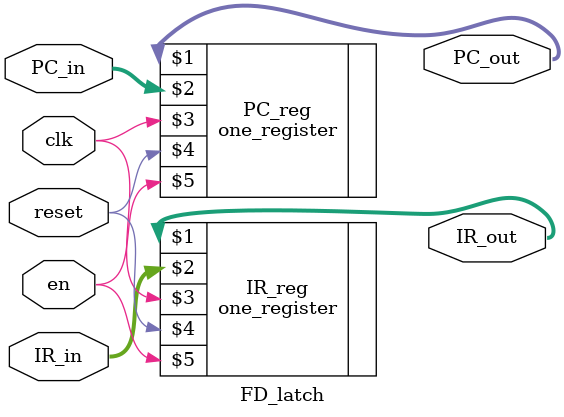
<source format=v>
module FD_latch(PC_out, IR_out, PC_in, IR_in, clk, reset, en);
    output [31:0] PC_out, IR_out;
    input [31:0] PC_in, IR_in;
    input clk, reset, en;

    one_register PC_reg(PC_out, PC_in, clk, reset, en);
    one_register IR_reg(IR_out, IR_in, clk, reset, en);

endmodule
</source>
